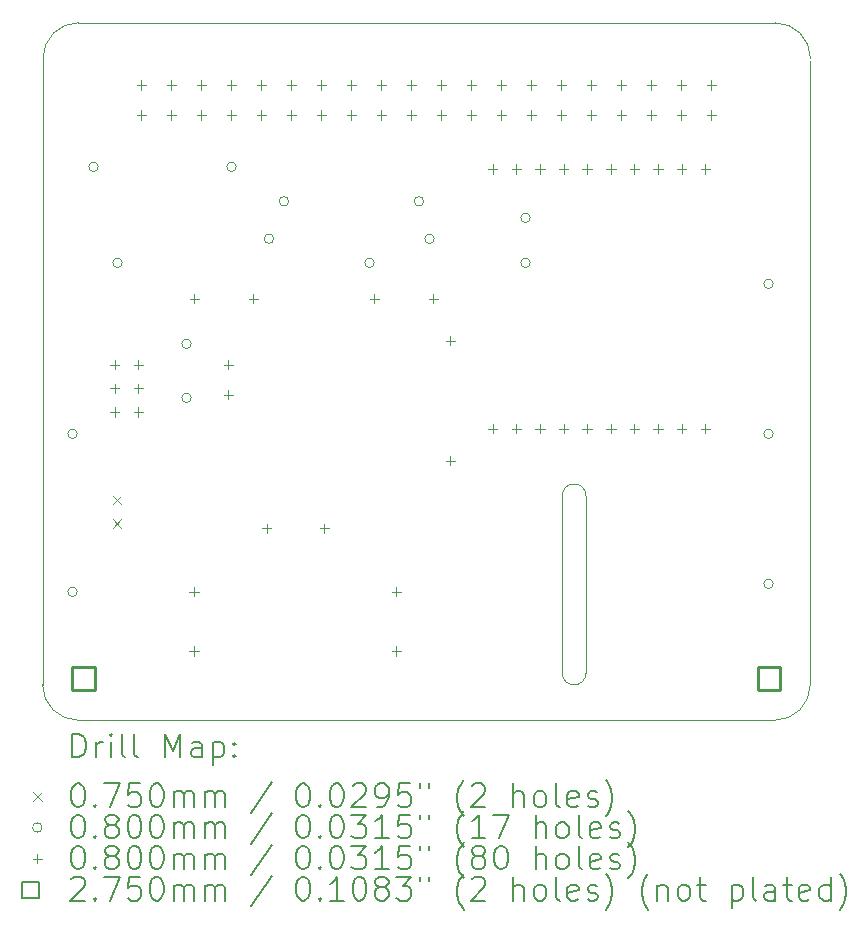
<source format=gbr>
%FSLAX45Y45*%
G04 Gerber Fmt 4.5, Leading zero omitted, Abs format (unit mm)*
G04 Created by KiCad (PCBNEW (6.0.0)) date 2022-02-22 16:37:03*
%MOMM*%
%LPD*%
G01*
G04 APERTURE LIST*
%TA.AperFunction,Profile*%
%ADD10C,0.100000*%
%TD*%
%ADD11C,0.200000*%
%ADD12C,0.075000*%
%ADD13C,0.080000*%
%ADD14C,0.275000*%
G04 APERTURE END LIST*
D10*
X12522200Y-3805200D02*
G75*
G03*
X12222200Y-3505200I-300000J0D01*
G01*
X6324600Y-3505200D02*
G75*
G03*
X6024600Y-3805200I0J-300000D01*
G01*
X6021000Y-9110000D02*
G75*
G03*
X6321000Y-9410000I300000J0D01*
G01*
X12221000Y-9410000D02*
G75*
G03*
X12521000Y-9110000I0J300000D01*
G01*
X10621000Y-7510000D02*
X10621000Y-9010000D01*
X10421000Y-9010000D02*
G75*
G03*
X10621000Y-9010000I100000J0D01*
G01*
X6021000Y-5660000D02*
X6021000Y-7560000D01*
X12521000Y-4060000D02*
X12521000Y-9110000D01*
X12522200Y-3830600D02*
X12521000Y-4060000D01*
X6324600Y-3505200D02*
X12222200Y-3505200D01*
X6024600Y-3805200D02*
X6021000Y-5660000D01*
X10421000Y-7510000D02*
X10421000Y-9010000D01*
X10621000Y-7510000D02*
G75*
G03*
X10421000Y-7510000I-100000J0D01*
G01*
X6021000Y-7560000D02*
X6021000Y-9110000D01*
X6321000Y-9410000D02*
X12221000Y-9410000D01*
D11*
D12*
X6613100Y-7507900D02*
X6688100Y-7582900D01*
X6688100Y-7507900D02*
X6613100Y-7582900D01*
X6613100Y-7707900D02*
X6688100Y-7782900D01*
X6688100Y-7707900D02*
X6613100Y-7782900D01*
D13*
X6313800Y-6985000D02*
G75*
G03*
X6313800Y-6985000I-40000J0D01*
G01*
X6313800Y-8322500D02*
G75*
G03*
X6313800Y-8322500I-40000J0D01*
G01*
X6491600Y-4724400D02*
G75*
G03*
X6491600Y-4724400I-40000J0D01*
G01*
X6694800Y-5537200D02*
G75*
G03*
X6694800Y-5537200I-40000J0D01*
G01*
X7279000Y-6223000D02*
G75*
G03*
X7279000Y-6223000I-40000J0D01*
G01*
X7279000Y-6680200D02*
G75*
G03*
X7279000Y-6680200I-40000J0D01*
G01*
X7660000Y-4724400D02*
G75*
G03*
X7660000Y-4724400I-40000J0D01*
G01*
X7977500Y-5334000D02*
G75*
G03*
X7977500Y-5334000I-40000J0D01*
G01*
X8104500Y-5016500D02*
G75*
G03*
X8104500Y-5016500I-40000J0D01*
G01*
X8828400Y-5537200D02*
G75*
G03*
X8828400Y-5537200I-40000J0D01*
G01*
X9247500Y-5016500D02*
G75*
G03*
X9247500Y-5016500I-40000J0D01*
G01*
X9336400Y-5334000D02*
G75*
G03*
X9336400Y-5334000I-40000J0D01*
G01*
X10149200Y-5156200D02*
G75*
G03*
X10149200Y-5156200I-40000J0D01*
G01*
X10149200Y-5537200D02*
G75*
G03*
X10149200Y-5537200I-40000J0D01*
G01*
X12206600Y-5715000D02*
G75*
G03*
X12206600Y-5715000I-40000J0D01*
G01*
X12206600Y-6985000D02*
G75*
G03*
X12206600Y-6985000I-40000J0D01*
G01*
X12206600Y-8255000D02*
G75*
G03*
X12206600Y-8255000I-40000J0D01*
G01*
X6631000Y-6360800D02*
X6631000Y-6440800D01*
X6591000Y-6400800D02*
X6671000Y-6400800D01*
X6631000Y-6560800D02*
X6631000Y-6640800D01*
X6591000Y-6600800D02*
X6671000Y-6600800D01*
X6631000Y-6760800D02*
X6631000Y-6840800D01*
X6591000Y-6800800D02*
X6671000Y-6800800D01*
X6831000Y-6360800D02*
X6831000Y-6440800D01*
X6791000Y-6400800D02*
X6871000Y-6400800D01*
X6831000Y-6560800D02*
X6831000Y-6640800D01*
X6791000Y-6600800D02*
X6871000Y-6600800D01*
X6831000Y-6760800D02*
X6831000Y-6840800D01*
X6791000Y-6800800D02*
X6871000Y-6800800D01*
X6858000Y-3993000D02*
X6858000Y-4073000D01*
X6818000Y-4033000D02*
X6898000Y-4033000D01*
X6858000Y-4247000D02*
X6858000Y-4327000D01*
X6818000Y-4287000D02*
X6898000Y-4287000D01*
X7112000Y-3993000D02*
X7112000Y-4073000D01*
X7072000Y-4033000D02*
X7152000Y-4033000D01*
X7112000Y-4247000D02*
X7112000Y-4327000D01*
X7072000Y-4287000D02*
X7152000Y-4287000D01*
X7302500Y-8282500D02*
X7302500Y-8362500D01*
X7262500Y-8322500D02*
X7342500Y-8322500D01*
X7302500Y-8782500D02*
X7302500Y-8862500D01*
X7262500Y-8822500D02*
X7342500Y-8822500D01*
X7306500Y-5802000D02*
X7306500Y-5882000D01*
X7266500Y-5842000D02*
X7346500Y-5842000D01*
X7366000Y-3993000D02*
X7366000Y-4073000D01*
X7326000Y-4033000D02*
X7406000Y-4033000D01*
X7366000Y-4247000D02*
X7366000Y-4327000D01*
X7326000Y-4287000D02*
X7406000Y-4287000D01*
X7594600Y-6360800D02*
X7594600Y-6440800D01*
X7554600Y-6400800D02*
X7634600Y-6400800D01*
X7594600Y-6614800D02*
X7594600Y-6694800D01*
X7554600Y-6654800D02*
X7634600Y-6654800D01*
X7620000Y-3993000D02*
X7620000Y-4073000D01*
X7580000Y-4033000D02*
X7660000Y-4033000D01*
X7620000Y-4247000D02*
X7620000Y-4327000D01*
X7580000Y-4287000D02*
X7660000Y-4287000D01*
X7806500Y-5802000D02*
X7806500Y-5882000D01*
X7766500Y-5842000D02*
X7846500Y-5842000D01*
X7874000Y-3993000D02*
X7874000Y-4073000D01*
X7834000Y-4033000D02*
X7914000Y-4033000D01*
X7874000Y-4247000D02*
X7874000Y-4327000D01*
X7834000Y-4287000D02*
X7914000Y-4287000D01*
X7917500Y-7745100D02*
X7917500Y-7825100D01*
X7877500Y-7785100D02*
X7957500Y-7785100D01*
X8128000Y-3993000D02*
X8128000Y-4073000D01*
X8088000Y-4033000D02*
X8168000Y-4033000D01*
X8128000Y-4247000D02*
X8128000Y-4327000D01*
X8088000Y-4287000D02*
X8168000Y-4287000D01*
X8382000Y-3993000D02*
X8382000Y-4073000D01*
X8342000Y-4033000D02*
X8422000Y-4033000D01*
X8382000Y-4247000D02*
X8382000Y-4327000D01*
X8342000Y-4287000D02*
X8422000Y-4287000D01*
X8407500Y-7745100D02*
X8407500Y-7825100D01*
X8367500Y-7785100D02*
X8447500Y-7785100D01*
X8636000Y-3993000D02*
X8636000Y-4073000D01*
X8596000Y-4033000D02*
X8676000Y-4033000D01*
X8636000Y-4247000D02*
X8636000Y-4327000D01*
X8596000Y-4287000D02*
X8676000Y-4287000D01*
X8830500Y-5802000D02*
X8830500Y-5882000D01*
X8790500Y-5842000D02*
X8870500Y-5842000D01*
X8890000Y-3993000D02*
X8890000Y-4073000D01*
X8850000Y-4033000D02*
X8930000Y-4033000D01*
X8890000Y-4247000D02*
X8890000Y-4327000D01*
X8850000Y-4287000D02*
X8930000Y-4287000D01*
X9017000Y-8282500D02*
X9017000Y-8362500D01*
X8977000Y-8322500D02*
X9057000Y-8322500D01*
X9017000Y-8782500D02*
X9017000Y-8862500D01*
X8977000Y-8822500D02*
X9057000Y-8822500D01*
X9144000Y-3993000D02*
X9144000Y-4073000D01*
X9104000Y-4033000D02*
X9184000Y-4033000D01*
X9144000Y-4247000D02*
X9144000Y-4327000D01*
X9104000Y-4287000D02*
X9184000Y-4287000D01*
X9330500Y-5802000D02*
X9330500Y-5882000D01*
X9290500Y-5842000D02*
X9370500Y-5842000D01*
X9398000Y-3993000D02*
X9398000Y-4073000D01*
X9358000Y-4033000D02*
X9438000Y-4033000D01*
X9398000Y-4247000D02*
X9398000Y-4327000D01*
X9358000Y-4287000D02*
X9438000Y-4287000D01*
X9474200Y-6157600D02*
X9474200Y-6237600D01*
X9434200Y-6197600D02*
X9514200Y-6197600D01*
X9474200Y-7173600D02*
X9474200Y-7253600D01*
X9434200Y-7213600D02*
X9514200Y-7213600D01*
X9652000Y-3993000D02*
X9652000Y-4073000D01*
X9612000Y-4033000D02*
X9692000Y-4033000D01*
X9652000Y-4247000D02*
X9652000Y-4327000D01*
X9612000Y-4287000D02*
X9692000Y-4287000D01*
X9831500Y-4702000D02*
X9831500Y-4782000D01*
X9791500Y-4742000D02*
X9871500Y-4742000D01*
X9831500Y-6902000D02*
X9831500Y-6982000D01*
X9791500Y-6942000D02*
X9871500Y-6942000D01*
X9906000Y-3993000D02*
X9906000Y-4073000D01*
X9866000Y-4033000D02*
X9946000Y-4033000D01*
X9906000Y-4247000D02*
X9906000Y-4327000D01*
X9866000Y-4287000D02*
X9946000Y-4287000D01*
X10031500Y-4702000D02*
X10031500Y-4782000D01*
X9991500Y-4742000D02*
X10071500Y-4742000D01*
X10031500Y-6902000D02*
X10031500Y-6982000D01*
X9991500Y-6942000D02*
X10071500Y-6942000D01*
X10160000Y-3993000D02*
X10160000Y-4073000D01*
X10120000Y-4033000D02*
X10200000Y-4033000D01*
X10160000Y-4247000D02*
X10160000Y-4327000D01*
X10120000Y-4287000D02*
X10200000Y-4287000D01*
X10231500Y-4702000D02*
X10231500Y-4782000D01*
X10191500Y-4742000D02*
X10271500Y-4742000D01*
X10231500Y-6902000D02*
X10231500Y-6982000D01*
X10191500Y-6942000D02*
X10271500Y-6942000D01*
X10414000Y-3993000D02*
X10414000Y-4073000D01*
X10374000Y-4033000D02*
X10454000Y-4033000D01*
X10414000Y-4247000D02*
X10414000Y-4327000D01*
X10374000Y-4287000D02*
X10454000Y-4287000D01*
X10431500Y-4702000D02*
X10431500Y-4782000D01*
X10391500Y-4742000D02*
X10471500Y-4742000D01*
X10431500Y-6902000D02*
X10431500Y-6982000D01*
X10391500Y-6942000D02*
X10471500Y-6942000D01*
X10631500Y-4702000D02*
X10631500Y-4782000D01*
X10591500Y-4742000D02*
X10671500Y-4742000D01*
X10631500Y-6902000D02*
X10631500Y-6982000D01*
X10591500Y-6942000D02*
X10671500Y-6942000D01*
X10668000Y-3993000D02*
X10668000Y-4073000D01*
X10628000Y-4033000D02*
X10708000Y-4033000D01*
X10668000Y-4247000D02*
X10668000Y-4327000D01*
X10628000Y-4287000D02*
X10708000Y-4287000D01*
X10831500Y-4702000D02*
X10831500Y-4782000D01*
X10791500Y-4742000D02*
X10871500Y-4742000D01*
X10831500Y-6902000D02*
X10831500Y-6982000D01*
X10791500Y-6942000D02*
X10871500Y-6942000D01*
X10922000Y-3993000D02*
X10922000Y-4073000D01*
X10882000Y-4033000D02*
X10962000Y-4033000D01*
X10922000Y-4247000D02*
X10922000Y-4327000D01*
X10882000Y-4287000D02*
X10962000Y-4287000D01*
X11031500Y-4702000D02*
X11031500Y-4782000D01*
X10991500Y-4742000D02*
X11071500Y-4742000D01*
X11031500Y-6902000D02*
X11031500Y-6982000D01*
X10991500Y-6942000D02*
X11071500Y-6942000D01*
X11176000Y-3993000D02*
X11176000Y-4073000D01*
X11136000Y-4033000D02*
X11216000Y-4033000D01*
X11176000Y-4247000D02*
X11176000Y-4327000D01*
X11136000Y-4287000D02*
X11216000Y-4287000D01*
X11231500Y-4702000D02*
X11231500Y-4782000D01*
X11191500Y-4742000D02*
X11271500Y-4742000D01*
X11231500Y-6902000D02*
X11231500Y-6982000D01*
X11191500Y-6942000D02*
X11271500Y-6942000D01*
X11430000Y-3993000D02*
X11430000Y-4073000D01*
X11390000Y-4033000D02*
X11470000Y-4033000D01*
X11430000Y-4247000D02*
X11430000Y-4327000D01*
X11390000Y-4287000D02*
X11470000Y-4287000D01*
X11431500Y-4702000D02*
X11431500Y-4782000D01*
X11391500Y-4742000D02*
X11471500Y-4742000D01*
X11431500Y-6902000D02*
X11431500Y-6982000D01*
X11391500Y-6942000D02*
X11471500Y-6942000D01*
X11631500Y-4702000D02*
X11631500Y-4782000D01*
X11591500Y-4742000D02*
X11671500Y-4742000D01*
X11631500Y-6902000D02*
X11631500Y-6982000D01*
X11591500Y-6942000D02*
X11671500Y-6942000D01*
X11684000Y-3993000D02*
X11684000Y-4073000D01*
X11644000Y-4033000D02*
X11724000Y-4033000D01*
X11684000Y-4247000D02*
X11684000Y-4327000D01*
X11644000Y-4287000D02*
X11724000Y-4287000D01*
D14*
X6468228Y-9157228D02*
X6468228Y-8962772D01*
X6273772Y-8962772D01*
X6273772Y-9157228D01*
X6468228Y-9157228D01*
X12268228Y-9157228D02*
X12268228Y-8962772D01*
X12073772Y-8962772D01*
X12073772Y-9157228D01*
X12268228Y-9157228D01*
D11*
X6273619Y-9725476D02*
X6273619Y-9525476D01*
X6321238Y-9525476D01*
X6349809Y-9535000D01*
X6368857Y-9554048D01*
X6378381Y-9573095D01*
X6387905Y-9611190D01*
X6387905Y-9639762D01*
X6378381Y-9677857D01*
X6368857Y-9696905D01*
X6349809Y-9715952D01*
X6321238Y-9725476D01*
X6273619Y-9725476D01*
X6473619Y-9725476D02*
X6473619Y-9592143D01*
X6473619Y-9630238D02*
X6483143Y-9611190D01*
X6492667Y-9601667D01*
X6511714Y-9592143D01*
X6530762Y-9592143D01*
X6597428Y-9725476D02*
X6597428Y-9592143D01*
X6597428Y-9525476D02*
X6587905Y-9535000D01*
X6597428Y-9544524D01*
X6606952Y-9535000D01*
X6597428Y-9525476D01*
X6597428Y-9544524D01*
X6721238Y-9725476D02*
X6702190Y-9715952D01*
X6692667Y-9696905D01*
X6692667Y-9525476D01*
X6826000Y-9725476D02*
X6806952Y-9715952D01*
X6797428Y-9696905D01*
X6797428Y-9525476D01*
X7054571Y-9725476D02*
X7054571Y-9525476D01*
X7121238Y-9668333D01*
X7187905Y-9525476D01*
X7187905Y-9725476D01*
X7368857Y-9725476D02*
X7368857Y-9620714D01*
X7359333Y-9601667D01*
X7340286Y-9592143D01*
X7302190Y-9592143D01*
X7283143Y-9601667D01*
X7368857Y-9715952D02*
X7349809Y-9725476D01*
X7302190Y-9725476D01*
X7283143Y-9715952D01*
X7273619Y-9696905D01*
X7273619Y-9677857D01*
X7283143Y-9658810D01*
X7302190Y-9649286D01*
X7349809Y-9649286D01*
X7368857Y-9639762D01*
X7464095Y-9592143D02*
X7464095Y-9792143D01*
X7464095Y-9601667D02*
X7483143Y-9592143D01*
X7521238Y-9592143D01*
X7540286Y-9601667D01*
X7549809Y-9611190D01*
X7559333Y-9630238D01*
X7559333Y-9687381D01*
X7549809Y-9706429D01*
X7540286Y-9715952D01*
X7521238Y-9725476D01*
X7483143Y-9725476D01*
X7464095Y-9715952D01*
X7645048Y-9706429D02*
X7654571Y-9715952D01*
X7645048Y-9725476D01*
X7635524Y-9715952D01*
X7645048Y-9706429D01*
X7645048Y-9725476D01*
X7645048Y-9601667D02*
X7654571Y-9611190D01*
X7645048Y-9620714D01*
X7635524Y-9611190D01*
X7645048Y-9601667D01*
X7645048Y-9620714D01*
D12*
X5941000Y-10017500D02*
X6016000Y-10092500D01*
X6016000Y-10017500D02*
X5941000Y-10092500D01*
D11*
X6311714Y-9945476D02*
X6330762Y-9945476D01*
X6349809Y-9955000D01*
X6359333Y-9964524D01*
X6368857Y-9983571D01*
X6378381Y-10021667D01*
X6378381Y-10069286D01*
X6368857Y-10107381D01*
X6359333Y-10126429D01*
X6349809Y-10135952D01*
X6330762Y-10145476D01*
X6311714Y-10145476D01*
X6292667Y-10135952D01*
X6283143Y-10126429D01*
X6273619Y-10107381D01*
X6264095Y-10069286D01*
X6264095Y-10021667D01*
X6273619Y-9983571D01*
X6283143Y-9964524D01*
X6292667Y-9955000D01*
X6311714Y-9945476D01*
X6464095Y-10126429D02*
X6473619Y-10135952D01*
X6464095Y-10145476D01*
X6454571Y-10135952D01*
X6464095Y-10126429D01*
X6464095Y-10145476D01*
X6540286Y-9945476D02*
X6673619Y-9945476D01*
X6587905Y-10145476D01*
X6845048Y-9945476D02*
X6749809Y-9945476D01*
X6740286Y-10040714D01*
X6749809Y-10031190D01*
X6768857Y-10021667D01*
X6816476Y-10021667D01*
X6835524Y-10031190D01*
X6845048Y-10040714D01*
X6854571Y-10059762D01*
X6854571Y-10107381D01*
X6845048Y-10126429D01*
X6835524Y-10135952D01*
X6816476Y-10145476D01*
X6768857Y-10145476D01*
X6749809Y-10135952D01*
X6740286Y-10126429D01*
X6978381Y-9945476D02*
X6997428Y-9945476D01*
X7016476Y-9955000D01*
X7026000Y-9964524D01*
X7035524Y-9983571D01*
X7045048Y-10021667D01*
X7045048Y-10069286D01*
X7035524Y-10107381D01*
X7026000Y-10126429D01*
X7016476Y-10135952D01*
X6997428Y-10145476D01*
X6978381Y-10145476D01*
X6959333Y-10135952D01*
X6949809Y-10126429D01*
X6940286Y-10107381D01*
X6930762Y-10069286D01*
X6930762Y-10021667D01*
X6940286Y-9983571D01*
X6949809Y-9964524D01*
X6959333Y-9955000D01*
X6978381Y-9945476D01*
X7130762Y-10145476D02*
X7130762Y-10012143D01*
X7130762Y-10031190D02*
X7140286Y-10021667D01*
X7159333Y-10012143D01*
X7187905Y-10012143D01*
X7206952Y-10021667D01*
X7216476Y-10040714D01*
X7216476Y-10145476D01*
X7216476Y-10040714D02*
X7226000Y-10021667D01*
X7245048Y-10012143D01*
X7273619Y-10012143D01*
X7292667Y-10021667D01*
X7302190Y-10040714D01*
X7302190Y-10145476D01*
X7397428Y-10145476D02*
X7397428Y-10012143D01*
X7397428Y-10031190D02*
X7406952Y-10021667D01*
X7426000Y-10012143D01*
X7454571Y-10012143D01*
X7473619Y-10021667D01*
X7483143Y-10040714D01*
X7483143Y-10145476D01*
X7483143Y-10040714D02*
X7492667Y-10021667D01*
X7511714Y-10012143D01*
X7540286Y-10012143D01*
X7559333Y-10021667D01*
X7568857Y-10040714D01*
X7568857Y-10145476D01*
X7959333Y-9935952D02*
X7787905Y-10193095D01*
X8216476Y-9945476D02*
X8235524Y-9945476D01*
X8254571Y-9955000D01*
X8264095Y-9964524D01*
X8273619Y-9983571D01*
X8283143Y-10021667D01*
X8283143Y-10069286D01*
X8273619Y-10107381D01*
X8264095Y-10126429D01*
X8254571Y-10135952D01*
X8235524Y-10145476D01*
X8216476Y-10145476D01*
X8197428Y-10135952D01*
X8187905Y-10126429D01*
X8178381Y-10107381D01*
X8168857Y-10069286D01*
X8168857Y-10021667D01*
X8178381Y-9983571D01*
X8187905Y-9964524D01*
X8197428Y-9955000D01*
X8216476Y-9945476D01*
X8368857Y-10126429D02*
X8378381Y-10135952D01*
X8368857Y-10145476D01*
X8359333Y-10135952D01*
X8368857Y-10126429D01*
X8368857Y-10145476D01*
X8502190Y-9945476D02*
X8521238Y-9945476D01*
X8540286Y-9955000D01*
X8549810Y-9964524D01*
X8559333Y-9983571D01*
X8568857Y-10021667D01*
X8568857Y-10069286D01*
X8559333Y-10107381D01*
X8549810Y-10126429D01*
X8540286Y-10135952D01*
X8521238Y-10145476D01*
X8502190Y-10145476D01*
X8483143Y-10135952D01*
X8473619Y-10126429D01*
X8464095Y-10107381D01*
X8454571Y-10069286D01*
X8454571Y-10021667D01*
X8464095Y-9983571D01*
X8473619Y-9964524D01*
X8483143Y-9955000D01*
X8502190Y-9945476D01*
X8645048Y-9964524D02*
X8654571Y-9955000D01*
X8673619Y-9945476D01*
X8721238Y-9945476D01*
X8740286Y-9955000D01*
X8749810Y-9964524D01*
X8759333Y-9983571D01*
X8759333Y-10002619D01*
X8749810Y-10031190D01*
X8635524Y-10145476D01*
X8759333Y-10145476D01*
X8854571Y-10145476D02*
X8892667Y-10145476D01*
X8911714Y-10135952D01*
X8921238Y-10126429D01*
X8940286Y-10097857D01*
X8949810Y-10059762D01*
X8949810Y-9983571D01*
X8940286Y-9964524D01*
X8930762Y-9955000D01*
X8911714Y-9945476D01*
X8873619Y-9945476D01*
X8854571Y-9955000D01*
X8845048Y-9964524D01*
X8835524Y-9983571D01*
X8835524Y-10031190D01*
X8845048Y-10050238D01*
X8854571Y-10059762D01*
X8873619Y-10069286D01*
X8911714Y-10069286D01*
X8930762Y-10059762D01*
X8940286Y-10050238D01*
X8949810Y-10031190D01*
X9130762Y-9945476D02*
X9035524Y-9945476D01*
X9026000Y-10040714D01*
X9035524Y-10031190D01*
X9054571Y-10021667D01*
X9102190Y-10021667D01*
X9121238Y-10031190D01*
X9130762Y-10040714D01*
X9140286Y-10059762D01*
X9140286Y-10107381D01*
X9130762Y-10126429D01*
X9121238Y-10135952D01*
X9102190Y-10145476D01*
X9054571Y-10145476D01*
X9035524Y-10135952D01*
X9026000Y-10126429D01*
X9216476Y-9945476D02*
X9216476Y-9983571D01*
X9292667Y-9945476D02*
X9292667Y-9983571D01*
X9587905Y-10221667D02*
X9578381Y-10212143D01*
X9559333Y-10183571D01*
X9549810Y-10164524D01*
X9540286Y-10135952D01*
X9530762Y-10088333D01*
X9530762Y-10050238D01*
X9540286Y-10002619D01*
X9549810Y-9974048D01*
X9559333Y-9955000D01*
X9578381Y-9926429D01*
X9587905Y-9916905D01*
X9654571Y-9964524D02*
X9664095Y-9955000D01*
X9683143Y-9945476D01*
X9730762Y-9945476D01*
X9749810Y-9955000D01*
X9759333Y-9964524D01*
X9768857Y-9983571D01*
X9768857Y-10002619D01*
X9759333Y-10031190D01*
X9645048Y-10145476D01*
X9768857Y-10145476D01*
X10006952Y-10145476D02*
X10006952Y-9945476D01*
X10092667Y-10145476D02*
X10092667Y-10040714D01*
X10083143Y-10021667D01*
X10064095Y-10012143D01*
X10035524Y-10012143D01*
X10016476Y-10021667D01*
X10006952Y-10031190D01*
X10216476Y-10145476D02*
X10197429Y-10135952D01*
X10187905Y-10126429D01*
X10178381Y-10107381D01*
X10178381Y-10050238D01*
X10187905Y-10031190D01*
X10197429Y-10021667D01*
X10216476Y-10012143D01*
X10245048Y-10012143D01*
X10264095Y-10021667D01*
X10273619Y-10031190D01*
X10283143Y-10050238D01*
X10283143Y-10107381D01*
X10273619Y-10126429D01*
X10264095Y-10135952D01*
X10245048Y-10145476D01*
X10216476Y-10145476D01*
X10397429Y-10145476D02*
X10378381Y-10135952D01*
X10368857Y-10116905D01*
X10368857Y-9945476D01*
X10549810Y-10135952D02*
X10530762Y-10145476D01*
X10492667Y-10145476D01*
X10473619Y-10135952D01*
X10464095Y-10116905D01*
X10464095Y-10040714D01*
X10473619Y-10021667D01*
X10492667Y-10012143D01*
X10530762Y-10012143D01*
X10549810Y-10021667D01*
X10559333Y-10040714D01*
X10559333Y-10059762D01*
X10464095Y-10078810D01*
X10635524Y-10135952D02*
X10654571Y-10145476D01*
X10692667Y-10145476D01*
X10711714Y-10135952D01*
X10721238Y-10116905D01*
X10721238Y-10107381D01*
X10711714Y-10088333D01*
X10692667Y-10078810D01*
X10664095Y-10078810D01*
X10645048Y-10069286D01*
X10635524Y-10050238D01*
X10635524Y-10040714D01*
X10645048Y-10021667D01*
X10664095Y-10012143D01*
X10692667Y-10012143D01*
X10711714Y-10021667D01*
X10787905Y-10221667D02*
X10797429Y-10212143D01*
X10816476Y-10183571D01*
X10826000Y-10164524D01*
X10835524Y-10135952D01*
X10845048Y-10088333D01*
X10845048Y-10050238D01*
X10835524Y-10002619D01*
X10826000Y-9974048D01*
X10816476Y-9955000D01*
X10797429Y-9926429D01*
X10787905Y-9916905D01*
D13*
X6016000Y-10319000D02*
G75*
G03*
X6016000Y-10319000I-40000J0D01*
G01*
D11*
X6311714Y-10209476D02*
X6330762Y-10209476D01*
X6349809Y-10219000D01*
X6359333Y-10228524D01*
X6368857Y-10247571D01*
X6378381Y-10285667D01*
X6378381Y-10333286D01*
X6368857Y-10371381D01*
X6359333Y-10390429D01*
X6349809Y-10399952D01*
X6330762Y-10409476D01*
X6311714Y-10409476D01*
X6292667Y-10399952D01*
X6283143Y-10390429D01*
X6273619Y-10371381D01*
X6264095Y-10333286D01*
X6264095Y-10285667D01*
X6273619Y-10247571D01*
X6283143Y-10228524D01*
X6292667Y-10219000D01*
X6311714Y-10209476D01*
X6464095Y-10390429D02*
X6473619Y-10399952D01*
X6464095Y-10409476D01*
X6454571Y-10399952D01*
X6464095Y-10390429D01*
X6464095Y-10409476D01*
X6587905Y-10295190D02*
X6568857Y-10285667D01*
X6559333Y-10276143D01*
X6549809Y-10257095D01*
X6549809Y-10247571D01*
X6559333Y-10228524D01*
X6568857Y-10219000D01*
X6587905Y-10209476D01*
X6626000Y-10209476D01*
X6645048Y-10219000D01*
X6654571Y-10228524D01*
X6664095Y-10247571D01*
X6664095Y-10257095D01*
X6654571Y-10276143D01*
X6645048Y-10285667D01*
X6626000Y-10295190D01*
X6587905Y-10295190D01*
X6568857Y-10304714D01*
X6559333Y-10314238D01*
X6549809Y-10333286D01*
X6549809Y-10371381D01*
X6559333Y-10390429D01*
X6568857Y-10399952D01*
X6587905Y-10409476D01*
X6626000Y-10409476D01*
X6645048Y-10399952D01*
X6654571Y-10390429D01*
X6664095Y-10371381D01*
X6664095Y-10333286D01*
X6654571Y-10314238D01*
X6645048Y-10304714D01*
X6626000Y-10295190D01*
X6787905Y-10209476D02*
X6806952Y-10209476D01*
X6826000Y-10219000D01*
X6835524Y-10228524D01*
X6845048Y-10247571D01*
X6854571Y-10285667D01*
X6854571Y-10333286D01*
X6845048Y-10371381D01*
X6835524Y-10390429D01*
X6826000Y-10399952D01*
X6806952Y-10409476D01*
X6787905Y-10409476D01*
X6768857Y-10399952D01*
X6759333Y-10390429D01*
X6749809Y-10371381D01*
X6740286Y-10333286D01*
X6740286Y-10285667D01*
X6749809Y-10247571D01*
X6759333Y-10228524D01*
X6768857Y-10219000D01*
X6787905Y-10209476D01*
X6978381Y-10209476D02*
X6997428Y-10209476D01*
X7016476Y-10219000D01*
X7026000Y-10228524D01*
X7035524Y-10247571D01*
X7045048Y-10285667D01*
X7045048Y-10333286D01*
X7035524Y-10371381D01*
X7026000Y-10390429D01*
X7016476Y-10399952D01*
X6997428Y-10409476D01*
X6978381Y-10409476D01*
X6959333Y-10399952D01*
X6949809Y-10390429D01*
X6940286Y-10371381D01*
X6930762Y-10333286D01*
X6930762Y-10285667D01*
X6940286Y-10247571D01*
X6949809Y-10228524D01*
X6959333Y-10219000D01*
X6978381Y-10209476D01*
X7130762Y-10409476D02*
X7130762Y-10276143D01*
X7130762Y-10295190D02*
X7140286Y-10285667D01*
X7159333Y-10276143D01*
X7187905Y-10276143D01*
X7206952Y-10285667D01*
X7216476Y-10304714D01*
X7216476Y-10409476D01*
X7216476Y-10304714D02*
X7226000Y-10285667D01*
X7245048Y-10276143D01*
X7273619Y-10276143D01*
X7292667Y-10285667D01*
X7302190Y-10304714D01*
X7302190Y-10409476D01*
X7397428Y-10409476D02*
X7397428Y-10276143D01*
X7397428Y-10295190D02*
X7406952Y-10285667D01*
X7426000Y-10276143D01*
X7454571Y-10276143D01*
X7473619Y-10285667D01*
X7483143Y-10304714D01*
X7483143Y-10409476D01*
X7483143Y-10304714D02*
X7492667Y-10285667D01*
X7511714Y-10276143D01*
X7540286Y-10276143D01*
X7559333Y-10285667D01*
X7568857Y-10304714D01*
X7568857Y-10409476D01*
X7959333Y-10199952D02*
X7787905Y-10457095D01*
X8216476Y-10209476D02*
X8235524Y-10209476D01*
X8254571Y-10219000D01*
X8264095Y-10228524D01*
X8273619Y-10247571D01*
X8283143Y-10285667D01*
X8283143Y-10333286D01*
X8273619Y-10371381D01*
X8264095Y-10390429D01*
X8254571Y-10399952D01*
X8235524Y-10409476D01*
X8216476Y-10409476D01*
X8197428Y-10399952D01*
X8187905Y-10390429D01*
X8178381Y-10371381D01*
X8168857Y-10333286D01*
X8168857Y-10285667D01*
X8178381Y-10247571D01*
X8187905Y-10228524D01*
X8197428Y-10219000D01*
X8216476Y-10209476D01*
X8368857Y-10390429D02*
X8378381Y-10399952D01*
X8368857Y-10409476D01*
X8359333Y-10399952D01*
X8368857Y-10390429D01*
X8368857Y-10409476D01*
X8502190Y-10209476D02*
X8521238Y-10209476D01*
X8540286Y-10219000D01*
X8549810Y-10228524D01*
X8559333Y-10247571D01*
X8568857Y-10285667D01*
X8568857Y-10333286D01*
X8559333Y-10371381D01*
X8549810Y-10390429D01*
X8540286Y-10399952D01*
X8521238Y-10409476D01*
X8502190Y-10409476D01*
X8483143Y-10399952D01*
X8473619Y-10390429D01*
X8464095Y-10371381D01*
X8454571Y-10333286D01*
X8454571Y-10285667D01*
X8464095Y-10247571D01*
X8473619Y-10228524D01*
X8483143Y-10219000D01*
X8502190Y-10209476D01*
X8635524Y-10209476D02*
X8759333Y-10209476D01*
X8692667Y-10285667D01*
X8721238Y-10285667D01*
X8740286Y-10295190D01*
X8749810Y-10304714D01*
X8759333Y-10323762D01*
X8759333Y-10371381D01*
X8749810Y-10390429D01*
X8740286Y-10399952D01*
X8721238Y-10409476D01*
X8664095Y-10409476D01*
X8645048Y-10399952D01*
X8635524Y-10390429D01*
X8949810Y-10409476D02*
X8835524Y-10409476D01*
X8892667Y-10409476D02*
X8892667Y-10209476D01*
X8873619Y-10238048D01*
X8854571Y-10257095D01*
X8835524Y-10266619D01*
X9130762Y-10209476D02*
X9035524Y-10209476D01*
X9026000Y-10304714D01*
X9035524Y-10295190D01*
X9054571Y-10285667D01*
X9102190Y-10285667D01*
X9121238Y-10295190D01*
X9130762Y-10304714D01*
X9140286Y-10323762D01*
X9140286Y-10371381D01*
X9130762Y-10390429D01*
X9121238Y-10399952D01*
X9102190Y-10409476D01*
X9054571Y-10409476D01*
X9035524Y-10399952D01*
X9026000Y-10390429D01*
X9216476Y-10209476D02*
X9216476Y-10247571D01*
X9292667Y-10209476D02*
X9292667Y-10247571D01*
X9587905Y-10485667D02*
X9578381Y-10476143D01*
X9559333Y-10447571D01*
X9549810Y-10428524D01*
X9540286Y-10399952D01*
X9530762Y-10352333D01*
X9530762Y-10314238D01*
X9540286Y-10266619D01*
X9549810Y-10238048D01*
X9559333Y-10219000D01*
X9578381Y-10190429D01*
X9587905Y-10180905D01*
X9768857Y-10409476D02*
X9654571Y-10409476D01*
X9711714Y-10409476D02*
X9711714Y-10209476D01*
X9692667Y-10238048D01*
X9673619Y-10257095D01*
X9654571Y-10266619D01*
X9835524Y-10209476D02*
X9968857Y-10209476D01*
X9883143Y-10409476D01*
X10197429Y-10409476D02*
X10197429Y-10209476D01*
X10283143Y-10409476D02*
X10283143Y-10304714D01*
X10273619Y-10285667D01*
X10254571Y-10276143D01*
X10226000Y-10276143D01*
X10206952Y-10285667D01*
X10197429Y-10295190D01*
X10406952Y-10409476D02*
X10387905Y-10399952D01*
X10378381Y-10390429D01*
X10368857Y-10371381D01*
X10368857Y-10314238D01*
X10378381Y-10295190D01*
X10387905Y-10285667D01*
X10406952Y-10276143D01*
X10435524Y-10276143D01*
X10454571Y-10285667D01*
X10464095Y-10295190D01*
X10473619Y-10314238D01*
X10473619Y-10371381D01*
X10464095Y-10390429D01*
X10454571Y-10399952D01*
X10435524Y-10409476D01*
X10406952Y-10409476D01*
X10587905Y-10409476D02*
X10568857Y-10399952D01*
X10559333Y-10380905D01*
X10559333Y-10209476D01*
X10740286Y-10399952D02*
X10721238Y-10409476D01*
X10683143Y-10409476D01*
X10664095Y-10399952D01*
X10654571Y-10380905D01*
X10654571Y-10304714D01*
X10664095Y-10285667D01*
X10683143Y-10276143D01*
X10721238Y-10276143D01*
X10740286Y-10285667D01*
X10749810Y-10304714D01*
X10749810Y-10323762D01*
X10654571Y-10342810D01*
X10826000Y-10399952D02*
X10845048Y-10409476D01*
X10883143Y-10409476D01*
X10902190Y-10399952D01*
X10911714Y-10380905D01*
X10911714Y-10371381D01*
X10902190Y-10352333D01*
X10883143Y-10342810D01*
X10854571Y-10342810D01*
X10835524Y-10333286D01*
X10826000Y-10314238D01*
X10826000Y-10304714D01*
X10835524Y-10285667D01*
X10854571Y-10276143D01*
X10883143Y-10276143D01*
X10902190Y-10285667D01*
X10978381Y-10485667D02*
X10987905Y-10476143D01*
X11006952Y-10447571D01*
X11016476Y-10428524D01*
X11026000Y-10399952D01*
X11035524Y-10352333D01*
X11035524Y-10314238D01*
X11026000Y-10266619D01*
X11016476Y-10238048D01*
X11006952Y-10219000D01*
X10987905Y-10190429D01*
X10978381Y-10180905D01*
D13*
X5976000Y-10543000D02*
X5976000Y-10623000D01*
X5936000Y-10583000D02*
X6016000Y-10583000D01*
D11*
X6311714Y-10473476D02*
X6330762Y-10473476D01*
X6349809Y-10483000D01*
X6359333Y-10492524D01*
X6368857Y-10511571D01*
X6378381Y-10549667D01*
X6378381Y-10597286D01*
X6368857Y-10635381D01*
X6359333Y-10654429D01*
X6349809Y-10663952D01*
X6330762Y-10673476D01*
X6311714Y-10673476D01*
X6292667Y-10663952D01*
X6283143Y-10654429D01*
X6273619Y-10635381D01*
X6264095Y-10597286D01*
X6264095Y-10549667D01*
X6273619Y-10511571D01*
X6283143Y-10492524D01*
X6292667Y-10483000D01*
X6311714Y-10473476D01*
X6464095Y-10654429D02*
X6473619Y-10663952D01*
X6464095Y-10673476D01*
X6454571Y-10663952D01*
X6464095Y-10654429D01*
X6464095Y-10673476D01*
X6587905Y-10559190D02*
X6568857Y-10549667D01*
X6559333Y-10540143D01*
X6549809Y-10521095D01*
X6549809Y-10511571D01*
X6559333Y-10492524D01*
X6568857Y-10483000D01*
X6587905Y-10473476D01*
X6626000Y-10473476D01*
X6645048Y-10483000D01*
X6654571Y-10492524D01*
X6664095Y-10511571D01*
X6664095Y-10521095D01*
X6654571Y-10540143D01*
X6645048Y-10549667D01*
X6626000Y-10559190D01*
X6587905Y-10559190D01*
X6568857Y-10568714D01*
X6559333Y-10578238D01*
X6549809Y-10597286D01*
X6549809Y-10635381D01*
X6559333Y-10654429D01*
X6568857Y-10663952D01*
X6587905Y-10673476D01*
X6626000Y-10673476D01*
X6645048Y-10663952D01*
X6654571Y-10654429D01*
X6664095Y-10635381D01*
X6664095Y-10597286D01*
X6654571Y-10578238D01*
X6645048Y-10568714D01*
X6626000Y-10559190D01*
X6787905Y-10473476D02*
X6806952Y-10473476D01*
X6826000Y-10483000D01*
X6835524Y-10492524D01*
X6845048Y-10511571D01*
X6854571Y-10549667D01*
X6854571Y-10597286D01*
X6845048Y-10635381D01*
X6835524Y-10654429D01*
X6826000Y-10663952D01*
X6806952Y-10673476D01*
X6787905Y-10673476D01*
X6768857Y-10663952D01*
X6759333Y-10654429D01*
X6749809Y-10635381D01*
X6740286Y-10597286D01*
X6740286Y-10549667D01*
X6749809Y-10511571D01*
X6759333Y-10492524D01*
X6768857Y-10483000D01*
X6787905Y-10473476D01*
X6978381Y-10473476D02*
X6997428Y-10473476D01*
X7016476Y-10483000D01*
X7026000Y-10492524D01*
X7035524Y-10511571D01*
X7045048Y-10549667D01*
X7045048Y-10597286D01*
X7035524Y-10635381D01*
X7026000Y-10654429D01*
X7016476Y-10663952D01*
X6997428Y-10673476D01*
X6978381Y-10673476D01*
X6959333Y-10663952D01*
X6949809Y-10654429D01*
X6940286Y-10635381D01*
X6930762Y-10597286D01*
X6930762Y-10549667D01*
X6940286Y-10511571D01*
X6949809Y-10492524D01*
X6959333Y-10483000D01*
X6978381Y-10473476D01*
X7130762Y-10673476D02*
X7130762Y-10540143D01*
X7130762Y-10559190D02*
X7140286Y-10549667D01*
X7159333Y-10540143D01*
X7187905Y-10540143D01*
X7206952Y-10549667D01*
X7216476Y-10568714D01*
X7216476Y-10673476D01*
X7216476Y-10568714D02*
X7226000Y-10549667D01*
X7245048Y-10540143D01*
X7273619Y-10540143D01*
X7292667Y-10549667D01*
X7302190Y-10568714D01*
X7302190Y-10673476D01*
X7397428Y-10673476D02*
X7397428Y-10540143D01*
X7397428Y-10559190D02*
X7406952Y-10549667D01*
X7426000Y-10540143D01*
X7454571Y-10540143D01*
X7473619Y-10549667D01*
X7483143Y-10568714D01*
X7483143Y-10673476D01*
X7483143Y-10568714D02*
X7492667Y-10549667D01*
X7511714Y-10540143D01*
X7540286Y-10540143D01*
X7559333Y-10549667D01*
X7568857Y-10568714D01*
X7568857Y-10673476D01*
X7959333Y-10463952D02*
X7787905Y-10721095D01*
X8216476Y-10473476D02*
X8235524Y-10473476D01*
X8254571Y-10483000D01*
X8264095Y-10492524D01*
X8273619Y-10511571D01*
X8283143Y-10549667D01*
X8283143Y-10597286D01*
X8273619Y-10635381D01*
X8264095Y-10654429D01*
X8254571Y-10663952D01*
X8235524Y-10673476D01*
X8216476Y-10673476D01*
X8197428Y-10663952D01*
X8187905Y-10654429D01*
X8178381Y-10635381D01*
X8168857Y-10597286D01*
X8168857Y-10549667D01*
X8178381Y-10511571D01*
X8187905Y-10492524D01*
X8197428Y-10483000D01*
X8216476Y-10473476D01*
X8368857Y-10654429D02*
X8378381Y-10663952D01*
X8368857Y-10673476D01*
X8359333Y-10663952D01*
X8368857Y-10654429D01*
X8368857Y-10673476D01*
X8502190Y-10473476D02*
X8521238Y-10473476D01*
X8540286Y-10483000D01*
X8549810Y-10492524D01*
X8559333Y-10511571D01*
X8568857Y-10549667D01*
X8568857Y-10597286D01*
X8559333Y-10635381D01*
X8549810Y-10654429D01*
X8540286Y-10663952D01*
X8521238Y-10673476D01*
X8502190Y-10673476D01*
X8483143Y-10663952D01*
X8473619Y-10654429D01*
X8464095Y-10635381D01*
X8454571Y-10597286D01*
X8454571Y-10549667D01*
X8464095Y-10511571D01*
X8473619Y-10492524D01*
X8483143Y-10483000D01*
X8502190Y-10473476D01*
X8635524Y-10473476D02*
X8759333Y-10473476D01*
X8692667Y-10549667D01*
X8721238Y-10549667D01*
X8740286Y-10559190D01*
X8749810Y-10568714D01*
X8759333Y-10587762D01*
X8759333Y-10635381D01*
X8749810Y-10654429D01*
X8740286Y-10663952D01*
X8721238Y-10673476D01*
X8664095Y-10673476D01*
X8645048Y-10663952D01*
X8635524Y-10654429D01*
X8949810Y-10673476D02*
X8835524Y-10673476D01*
X8892667Y-10673476D02*
X8892667Y-10473476D01*
X8873619Y-10502048D01*
X8854571Y-10521095D01*
X8835524Y-10530619D01*
X9130762Y-10473476D02*
X9035524Y-10473476D01*
X9026000Y-10568714D01*
X9035524Y-10559190D01*
X9054571Y-10549667D01*
X9102190Y-10549667D01*
X9121238Y-10559190D01*
X9130762Y-10568714D01*
X9140286Y-10587762D01*
X9140286Y-10635381D01*
X9130762Y-10654429D01*
X9121238Y-10663952D01*
X9102190Y-10673476D01*
X9054571Y-10673476D01*
X9035524Y-10663952D01*
X9026000Y-10654429D01*
X9216476Y-10473476D02*
X9216476Y-10511571D01*
X9292667Y-10473476D02*
X9292667Y-10511571D01*
X9587905Y-10749667D02*
X9578381Y-10740143D01*
X9559333Y-10711571D01*
X9549810Y-10692524D01*
X9540286Y-10663952D01*
X9530762Y-10616333D01*
X9530762Y-10578238D01*
X9540286Y-10530619D01*
X9549810Y-10502048D01*
X9559333Y-10483000D01*
X9578381Y-10454429D01*
X9587905Y-10444905D01*
X9692667Y-10559190D02*
X9673619Y-10549667D01*
X9664095Y-10540143D01*
X9654571Y-10521095D01*
X9654571Y-10511571D01*
X9664095Y-10492524D01*
X9673619Y-10483000D01*
X9692667Y-10473476D01*
X9730762Y-10473476D01*
X9749810Y-10483000D01*
X9759333Y-10492524D01*
X9768857Y-10511571D01*
X9768857Y-10521095D01*
X9759333Y-10540143D01*
X9749810Y-10549667D01*
X9730762Y-10559190D01*
X9692667Y-10559190D01*
X9673619Y-10568714D01*
X9664095Y-10578238D01*
X9654571Y-10597286D01*
X9654571Y-10635381D01*
X9664095Y-10654429D01*
X9673619Y-10663952D01*
X9692667Y-10673476D01*
X9730762Y-10673476D01*
X9749810Y-10663952D01*
X9759333Y-10654429D01*
X9768857Y-10635381D01*
X9768857Y-10597286D01*
X9759333Y-10578238D01*
X9749810Y-10568714D01*
X9730762Y-10559190D01*
X9892667Y-10473476D02*
X9911714Y-10473476D01*
X9930762Y-10483000D01*
X9940286Y-10492524D01*
X9949810Y-10511571D01*
X9959333Y-10549667D01*
X9959333Y-10597286D01*
X9949810Y-10635381D01*
X9940286Y-10654429D01*
X9930762Y-10663952D01*
X9911714Y-10673476D01*
X9892667Y-10673476D01*
X9873619Y-10663952D01*
X9864095Y-10654429D01*
X9854571Y-10635381D01*
X9845048Y-10597286D01*
X9845048Y-10549667D01*
X9854571Y-10511571D01*
X9864095Y-10492524D01*
X9873619Y-10483000D01*
X9892667Y-10473476D01*
X10197429Y-10673476D02*
X10197429Y-10473476D01*
X10283143Y-10673476D02*
X10283143Y-10568714D01*
X10273619Y-10549667D01*
X10254571Y-10540143D01*
X10226000Y-10540143D01*
X10206952Y-10549667D01*
X10197429Y-10559190D01*
X10406952Y-10673476D02*
X10387905Y-10663952D01*
X10378381Y-10654429D01*
X10368857Y-10635381D01*
X10368857Y-10578238D01*
X10378381Y-10559190D01*
X10387905Y-10549667D01*
X10406952Y-10540143D01*
X10435524Y-10540143D01*
X10454571Y-10549667D01*
X10464095Y-10559190D01*
X10473619Y-10578238D01*
X10473619Y-10635381D01*
X10464095Y-10654429D01*
X10454571Y-10663952D01*
X10435524Y-10673476D01*
X10406952Y-10673476D01*
X10587905Y-10673476D02*
X10568857Y-10663952D01*
X10559333Y-10644905D01*
X10559333Y-10473476D01*
X10740286Y-10663952D02*
X10721238Y-10673476D01*
X10683143Y-10673476D01*
X10664095Y-10663952D01*
X10654571Y-10644905D01*
X10654571Y-10568714D01*
X10664095Y-10549667D01*
X10683143Y-10540143D01*
X10721238Y-10540143D01*
X10740286Y-10549667D01*
X10749810Y-10568714D01*
X10749810Y-10587762D01*
X10654571Y-10606810D01*
X10826000Y-10663952D02*
X10845048Y-10673476D01*
X10883143Y-10673476D01*
X10902190Y-10663952D01*
X10911714Y-10644905D01*
X10911714Y-10635381D01*
X10902190Y-10616333D01*
X10883143Y-10606810D01*
X10854571Y-10606810D01*
X10835524Y-10597286D01*
X10826000Y-10578238D01*
X10826000Y-10568714D01*
X10835524Y-10549667D01*
X10854571Y-10540143D01*
X10883143Y-10540143D01*
X10902190Y-10549667D01*
X10978381Y-10749667D02*
X10987905Y-10740143D01*
X11006952Y-10711571D01*
X11016476Y-10692524D01*
X11026000Y-10663952D01*
X11035524Y-10616333D01*
X11035524Y-10578238D01*
X11026000Y-10530619D01*
X11016476Y-10502048D01*
X11006952Y-10483000D01*
X10987905Y-10454429D01*
X10978381Y-10444905D01*
X5986711Y-10917711D02*
X5986711Y-10776289D01*
X5845289Y-10776289D01*
X5845289Y-10917711D01*
X5986711Y-10917711D01*
X6264095Y-10756524D02*
X6273619Y-10747000D01*
X6292667Y-10737476D01*
X6340286Y-10737476D01*
X6359333Y-10747000D01*
X6368857Y-10756524D01*
X6378381Y-10775571D01*
X6378381Y-10794619D01*
X6368857Y-10823190D01*
X6254571Y-10937476D01*
X6378381Y-10937476D01*
X6464095Y-10918429D02*
X6473619Y-10927952D01*
X6464095Y-10937476D01*
X6454571Y-10927952D01*
X6464095Y-10918429D01*
X6464095Y-10937476D01*
X6540286Y-10737476D02*
X6673619Y-10737476D01*
X6587905Y-10937476D01*
X6845048Y-10737476D02*
X6749809Y-10737476D01*
X6740286Y-10832714D01*
X6749809Y-10823190D01*
X6768857Y-10813667D01*
X6816476Y-10813667D01*
X6835524Y-10823190D01*
X6845048Y-10832714D01*
X6854571Y-10851762D01*
X6854571Y-10899381D01*
X6845048Y-10918429D01*
X6835524Y-10927952D01*
X6816476Y-10937476D01*
X6768857Y-10937476D01*
X6749809Y-10927952D01*
X6740286Y-10918429D01*
X6978381Y-10737476D02*
X6997428Y-10737476D01*
X7016476Y-10747000D01*
X7026000Y-10756524D01*
X7035524Y-10775571D01*
X7045048Y-10813667D01*
X7045048Y-10861286D01*
X7035524Y-10899381D01*
X7026000Y-10918429D01*
X7016476Y-10927952D01*
X6997428Y-10937476D01*
X6978381Y-10937476D01*
X6959333Y-10927952D01*
X6949809Y-10918429D01*
X6940286Y-10899381D01*
X6930762Y-10861286D01*
X6930762Y-10813667D01*
X6940286Y-10775571D01*
X6949809Y-10756524D01*
X6959333Y-10747000D01*
X6978381Y-10737476D01*
X7130762Y-10937476D02*
X7130762Y-10804143D01*
X7130762Y-10823190D02*
X7140286Y-10813667D01*
X7159333Y-10804143D01*
X7187905Y-10804143D01*
X7206952Y-10813667D01*
X7216476Y-10832714D01*
X7216476Y-10937476D01*
X7216476Y-10832714D02*
X7226000Y-10813667D01*
X7245048Y-10804143D01*
X7273619Y-10804143D01*
X7292667Y-10813667D01*
X7302190Y-10832714D01*
X7302190Y-10937476D01*
X7397428Y-10937476D02*
X7397428Y-10804143D01*
X7397428Y-10823190D02*
X7406952Y-10813667D01*
X7426000Y-10804143D01*
X7454571Y-10804143D01*
X7473619Y-10813667D01*
X7483143Y-10832714D01*
X7483143Y-10937476D01*
X7483143Y-10832714D02*
X7492667Y-10813667D01*
X7511714Y-10804143D01*
X7540286Y-10804143D01*
X7559333Y-10813667D01*
X7568857Y-10832714D01*
X7568857Y-10937476D01*
X7959333Y-10727952D02*
X7787905Y-10985095D01*
X8216476Y-10737476D02*
X8235524Y-10737476D01*
X8254571Y-10747000D01*
X8264095Y-10756524D01*
X8273619Y-10775571D01*
X8283143Y-10813667D01*
X8283143Y-10861286D01*
X8273619Y-10899381D01*
X8264095Y-10918429D01*
X8254571Y-10927952D01*
X8235524Y-10937476D01*
X8216476Y-10937476D01*
X8197428Y-10927952D01*
X8187905Y-10918429D01*
X8178381Y-10899381D01*
X8168857Y-10861286D01*
X8168857Y-10813667D01*
X8178381Y-10775571D01*
X8187905Y-10756524D01*
X8197428Y-10747000D01*
X8216476Y-10737476D01*
X8368857Y-10918429D02*
X8378381Y-10927952D01*
X8368857Y-10937476D01*
X8359333Y-10927952D01*
X8368857Y-10918429D01*
X8368857Y-10937476D01*
X8568857Y-10937476D02*
X8454571Y-10937476D01*
X8511714Y-10937476D02*
X8511714Y-10737476D01*
X8492667Y-10766048D01*
X8473619Y-10785095D01*
X8454571Y-10794619D01*
X8692667Y-10737476D02*
X8711714Y-10737476D01*
X8730762Y-10747000D01*
X8740286Y-10756524D01*
X8749810Y-10775571D01*
X8759333Y-10813667D01*
X8759333Y-10861286D01*
X8749810Y-10899381D01*
X8740286Y-10918429D01*
X8730762Y-10927952D01*
X8711714Y-10937476D01*
X8692667Y-10937476D01*
X8673619Y-10927952D01*
X8664095Y-10918429D01*
X8654571Y-10899381D01*
X8645048Y-10861286D01*
X8645048Y-10813667D01*
X8654571Y-10775571D01*
X8664095Y-10756524D01*
X8673619Y-10747000D01*
X8692667Y-10737476D01*
X8873619Y-10823190D02*
X8854571Y-10813667D01*
X8845048Y-10804143D01*
X8835524Y-10785095D01*
X8835524Y-10775571D01*
X8845048Y-10756524D01*
X8854571Y-10747000D01*
X8873619Y-10737476D01*
X8911714Y-10737476D01*
X8930762Y-10747000D01*
X8940286Y-10756524D01*
X8949810Y-10775571D01*
X8949810Y-10785095D01*
X8940286Y-10804143D01*
X8930762Y-10813667D01*
X8911714Y-10823190D01*
X8873619Y-10823190D01*
X8854571Y-10832714D01*
X8845048Y-10842238D01*
X8835524Y-10861286D01*
X8835524Y-10899381D01*
X8845048Y-10918429D01*
X8854571Y-10927952D01*
X8873619Y-10937476D01*
X8911714Y-10937476D01*
X8930762Y-10927952D01*
X8940286Y-10918429D01*
X8949810Y-10899381D01*
X8949810Y-10861286D01*
X8940286Y-10842238D01*
X8930762Y-10832714D01*
X8911714Y-10823190D01*
X9016476Y-10737476D02*
X9140286Y-10737476D01*
X9073619Y-10813667D01*
X9102190Y-10813667D01*
X9121238Y-10823190D01*
X9130762Y-10832714D01*
X9140286Y-10851762D01*
X9140286Y-10899381D01*
X9130762Y-10918429D01*
X9121238Y-10927952D01*
X9102190Y-10937476D01*
X9045048Y-10937476D01*
X9026000Y-10927952D01*
X9016476Y-10918429D01*
X9216476Y-10737476D02*
X9216476Y-10775571D01*
X9292667Y-10737476D02*
X9292667Y-10775571D01*
X9587905Y-11013667D02*
X9578381Y-11004143D01*
X9559333Y-10975571D01*
X9549810Y-10956524D01*
X9540286Y-10927952D01*
X9530762Y-10880333D01*
X9530762Y-10842238D01*
X9540286Y-10794619D01*
X9549810Y-10766048D01*
X9559333Y-10747000D01*
X9578381Y-10718429D01*
X9587905Y-10708905D01*
X9654571Y-10756524D02*
X9664095Y-10747000D01*
X9683143Y-10737476D01*
X9730762Y-10737476D01*
X9749810Y-10747000D01*
X9759333Y-10756524D01*
X9768857Y-10775571D01*
X9768857Y-10794619D01*
X9759333Y-10823190D01*
X9645048Y-10937476D01*
X9768857Y-10937476D01*
X10006952Y-10937476D02*
X10006952Y-10737476D01*
X10092667Y-10937476D02*
X10092667Y-10832714D01*
X10083143Y-10813667D01*
X10064095Y-10804143D01*
X10035524Y-10804143D01*
X10016476Y-10813667D01*
X10006952Y-10823190D01*
X10216476Y-10937476D02*
X10197429Y-10927952D01*
X10187905Y-10918429D01*
X10178381Y-10899381D01*
X10178381Y-10842238D01*
X10187905Y-10823190D01*
X10197429Y-10813667D01*
X10216476Y-10804143D01*
X10245048Y-10804143D01*
X10264095Y-10813667D01*
X10273619Y-10823190D01*
X10283143Y-10842238D01*
X10283143Y-10899381D01*
X10273619Y-10918429D01*
X10264095Y-10927952D01*
X10245048Y-10937476D01*
X10216476Y-10937476D01*
X10397429Y-10937476D02*
X10378381Y-10927952D01*
X10368857Y-10908905D01*
X10368857Y-10737476D01*
X10549810Y-10927952D02*
X10530762Y-10937476D01*
X10492667Y-10937476D01*
X10473619Y-10927952D01*
X10464095Y-10908905D01*
X10464095Y-10832714D01*
X10473619Y-10813667D01*
X10492667Y-10804143D01*
X10530762Y-10804143D01*
X10549810Y-10813667D01*
X10559333Y-10832714D01*
X10559333Y-10851762D01*
X10464095Y-10870810D01*
X10635524Y-10927952D02*
X10654571Y-10937476D01*
X10692667Y-10937476D01*
X10711714Y-10927952D01*
X10721238Y-10908905D01*
X10721238Y-10899381D01*
X10711714Y-10880333D01*
X10692667Y-10870810D01*
X10664095Y-10870810D01*
X10645048Y-10861286D01*
X10635524Y-10842238D01*
X10635524Y-10832714D01*
X10645048Y-10813667D01*
X10664095Y-10804143D01*
X10692667Y-10804143D01*
X10711714Y-10813667D01*
X10787905Y-11013667D02*
X10797429Y-11004143D01*
X10816476Y-10975571D01*
X10826000Y-10956524D01*
X10835524Y-10927952D01*
X10845048Y-10880333D01*
X10845048Y-10842238D01*
X10835524Y-10794619D01*
X10826000Y-10766048D01*
X10816476Y-10747000D01*
X10797429Y-10718429D01*
X10787905Y-10708905D01*
X11149810Y-11013667D02*
X11140286Y-11004143D01*
X11121238Y-10975571D01*
X11111714Y-10956524D01*
X11102190Y-10927952D01*
X11092667Y-10880333D01*
X11092667Y-10842238D01*
X11102190Y-10794619D01*
X11111714Y-10766048D01*
X11121238Y-10747000D01*
X11140286Y-10718429D01*
X11149810Y-10708905D01*
X11226000Y-10804143D02*
X11226000Y-10937476D01*
X11226000Y-10823190D02*
X11235524Y-10813667D01*
X11254571Y-10804143D01*
X11283143Y-10804143D01*
X11302190Y-10813667D01*
X11311714Y-10832714D01*
X11311714Y-10937476D01*
X11435524Y-10937476D02*
X11416476Y-10927952D01*
X11406952Y-10918429D01*
X11397428Y-10899381D01*
X11397428Y-10842238D01*
X11406952Y-10823190D01*
X11416476Y-10813667D01*
X11435524Y-10804143D01*
X11464095Y-10804143D01*
X11483143Y-10813667D01*
X11492667Y-10823190D01*
X11502190Y-10842238D01*
X11502190Y-10899381D01*
X11492667Y-10918429D01*
X11483143Y-10927952D01*
X11464095Y-10937476D01*
X11435524Y-10937476D01*
X11559333Y-10804143D02*
X11635524Y-10804143D01*
X11587905Y-10737476D02*
X11587905Y-10908905D01*
X11597428Y-10927952D01*
X11616476Y-10937476D01*
X11635524Y-10937476D01*
X11854571Y-10804143D02*
X11854571Y-11004143D01*
X11854571Y-10813667D02*
X11873619Y-10804143D01*
X11911714Y-10804143D01*
X11930762Y-10813667D01*
X11940286Y-10823190D01*
X11949809Y-10842238D01*
X11949809Y-10899381D01*
X11940286Y-10918429D01*
X11930762Y-10927952D01*
X11911714Y-10937476D01*
X11873619Y-10937476D01*
X11854571Y-10927952D01*
X12064095Y-10937476D02*
X12045048Y-10927952D01*
X12035524Y-10908905D01*
X12035524Y-10737476D01*
X12226000Y-10937476D02*
X12226000Y-10832714D01*
X12216476Y-10813667D01*
X12197428Y-10804143D01*
X12159333Y-10804143D01*
X12140286Y-10813667D01*
X12226000Y-10927952D02*
X12206952Y-10937476D01*
X12159333Y-10937476D01*
X12140286Y-10927952D01*
X12130762Y-10908905D01*
X12130762Y-10889857D01*
X12140286Y-10870810D01*
X12159333Y-10861286D01*
X12206952Y-10861286D01*
X12226000Y-10851762D01*
X12292667Y-10804143D02*
X12368857Y-10804143D01*
X12321238Y-10737476D02*
X12321238Y-10908905D01*
X12330762Y-10927952D01*
X12349809Y-10937476D01*
X12368857Y-10937476D01*
X12511714Y-10927952D02*
X12492667Y-10937476D01*
X12454571Y-10937476D01*
X12435524Y-10927952D01*
X12426000Y-10908905D01*
X12426000Y-10832714D01*
X12435524Y-10813667D01*
X12454571Y-10804143D01*
X12492667Y-10804143D01*
X12511714Y-10813667D01*
X12521238Y-10832714D01*
X12521238Y-10851762D01*
X12426000Y-10870810D01*
X12692667Y-10937476D02*
X12692667Y-10737476D01*
X12692667Y-10927952D02*
X12673619Y-10937476D01*
X12635524Y-10937476D01*
X12616476Y-10927952D01*
X12606952Y-10918429D01*
X12597428Y-10899381D01*
X12597428Y-10842238D01*
X12606952Y-10823190D01*
X12616476Y-10813667D01*
X12635524Y-10804143D01*
X12673619Y-10804143D01*
X12692667Y-10813667D01*
X12768857Y-11013667D02*
X12778381Y-11004143D01*
X12797428Y-10975571D01*
X12806952Y-10956524D01*
X12816476Y-10927952D01*
X12826000Y-10880333D01*
X12826000Y-10842238D01*
X12816476Y-10794619D01*
X12806952Y-10766048D01*
X12797428Y-10747000D01*
X12778381Y-10718429D01*
X12768857Y-10708905D01*
M02*

</source>
